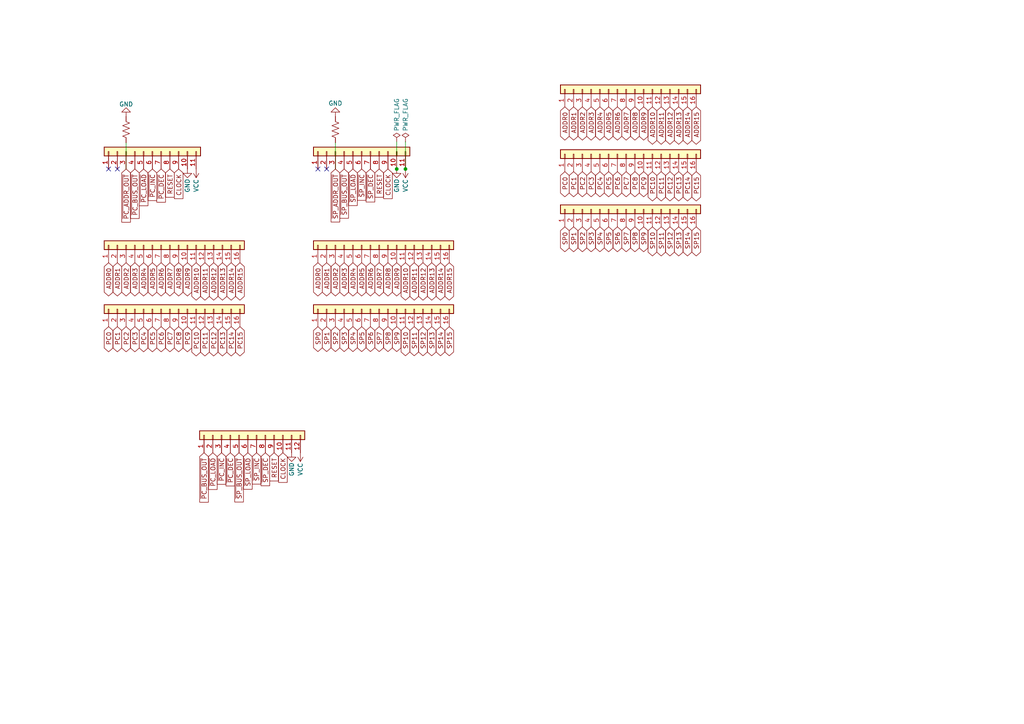
<source format=kicad_sch>
(kicad_sch (version 20211123) (generator eeschema)
  (paper "A4")
  (lib_symbols
    (symbol "Connector_Generic:Conn_01x11" (pin_names (offset 1.016) hide)
      (property "Reference" "J" (at 0 15.24 0))
      (property "Value" "Conn_01x11" (at 0 -15.24 0))
      (symbol "Conn_01x11_1_1"
        (rectangle (start -1.27 -12.573) (end 0 -12.827) (stroke (width 0.1524)))
        (rectangle (start -1.27 -10.033) (end 0 -10.287) (stroke (width 0.1524)))
        (rectangle (start -1.27 -7.493) (end 0 -7.747) (stroke (width 0.1524)))
        (rectangle (start -1.27 -4.953) (end 0 -5.207) (stroke (width 0.1524)))
        (rectangle (start -1.27 -2.413) (end 0 -2.667) (stroke (width 0.1524)))
        (rectangle (start -1.27 0.127) (end 0 -0.127) (stroke (width 0.1524)))
        (rectangle (start -1.27 2.667) (end 0 2.413) (stroke (width 0.1524)))
        (rectangle (start -1.27 5.207) (end 0 4.953) (stroke (width 0.1524)))
        (rectangle (start -1.27 7.747) (end 0 7.493) (stroke (width 0.1524)))
        (rectangle (start -1.27 10.287) (end 0 10.033) (stroke (width 0.1524)))
        (rectangle (start -1.27 12.827) (end 0 12.573) (stroke (width 0.1524)))
        (rectangle (start -1.27 13.97) (end 1.27 -13.97) (stroke (width 0.254)) (fill (type background)))
        (pin passive line (at -5.08 12.7 0) (length 3.81) (name "Pin_1") (number "1"))
        (pin passive line (at -5.08 -10.16 0) (length 3.81) (name "Pin_10") (number "10"))
        (pin passive line (at -5.08 -12.7 0) (length 3.81) (name "Pin_11") (number "11"))
        (pin passive line (at -5.08 10.16 0) (length 3.81) (name "Pin_2") (number "2"))
        (pin passive line (at -5.08 7.62 0) (length 3.81) (name "Pin_3") (number "3"))
        (pin passive line (at -5.08 5.08 0) (length 3.81) (name "Pin_4") (number "4"))
        (pin passive line (at -5.08 2.54 0) (length 3.81) (name "Pin_5") (number "5"))
        (pin passive line (at -5.08 0 0) (length 3.81) (name "Pin_6") (number "6"))
        (pin passive line (at -5.08 -2.54 0) (length 3.81) (name "Pin_7") (number "7"))
        (pin passive line (at -5.08 -5.08 0) (length 3.81) (name "Pin_8") (number "8"))
        (pin passive line (at -5.08 -7.62 0) (length 3.81) (name "Pin_9") (number "9"))
      )
    )
    (symbol "Connector_Generic:Conn_01x12" (pin_names (offset 1.016) hide)
      (property "Reference" "J" (at 0 15.24 0))
      (property "Value" "Conn_01x12" (at 0 -17.78 0))
      (symbol "Conn_01x12_1_1"
        (rectangle (start -1.27 -15.113) (end 0 -15.367) (stroke (width 0.1524)))
        (rectangle (start -1.27 -12.573) (end 0 -12.827) (stroke (width 0.1524)))
        (rectangle (start -1.27 -10.033) (end 0 -10.287) (stroke (width 0.1524)))
        (rectangle (start -1.27 -7.493) (end 0 -7.747) (stroke (width 0.1524)))
        (rectangle (start -1.27 -4.953) (end 0 -5.207) (stroke (width 0.1524)))
        (rectangle (start -1.27 -2.413) (end 0 -2.667) (stroke (width 0.1524)))
        (rectangle (start -1.27 0.127) (end 0 -0.127) (stroke (width 0.1524)))
        (rectangle (start -1.27 2.667) (end 0 2.413) (stroke (width 0.1524)))
        (rectangle (start -1.27 5.207) (end 0 4.953) (stroke (width 0.1524)))
        (rectangle (start -1.27 7.747) (end 0 7.493) (stroke (width 0.1524)))
        (rectangle (start -1.27 10.287) (end 0 10.033) (stroke (width 0.1524)))
        (rectangle (start -1.27 12.827) (end 0 12.573) (stroke (width 0.1524)))
        (rectangle (start -1.27 13.97) (end 1.27 -16.51) (stroke (width 0.254)) (fill (type background)))
        (pin passive line (at -5.08 12.7 0) (length 3.81) (name "Pin_1") (number "1"))
        (pin passive line (at -5.08 -10.16 0) (length 3.81) (name "Pin_10") (number "10"))
        (pin passive line (at -5.08 -12.7 0) (length 3.81) (name "Pin_11") (number "11"))
        (pin passive line (at -5.08 -15.24 0) (length 3.81) (name "Pin_12") (number "12"))
        (pin passive line (at -5.08 10.16 0) (length 3.81) (name "Pin_2") (number "2"))
        (pin passive line (at -5.08 7.62 0) (length 3.81) (name "Pin_3") (number "3"))
        (pin passive line (at -5.08 5.08 0) (length 3.81) (name "Pin_4") (number "4"))
        (pin passive line (at -5.08 2.54 0) (length 3.81) (name "Pin_5") (number "5"))
        (pin passive line (at -5.08 0 0) (length 3.81) (name "Pin_6") (number "6"))
        (pin passive line (at -5.08 -2.54 0) (length 3.81) (name "Pin_7") (number "7"))
        (pin passive line (at -5.08 -5.08 0) (length 3.81) (name "Pin_8") (number "8"))
        (pin passive line (at -5.08 -7.62 0) (length 3.81) (name "Pin_9") (number "9"))
      )
    )
    (symbol "Connector_Generic:Conn_01x16" (pin_names (offset 1.016) hide)
      (property "Reference" "J" (at 0 20.32 0))
      (property "Value" "Conn_01x16" (at 0 -22.86 0))
      (symbol "Conn_01x16_1_1"
        (rectangle (start -1.27 -20.193) (end 0 -20.447) (stroke (width 0.1524)))
        (rectangle (start -1.27 -17.653) (end 0 -17.907) (stroke (width 0.1524)))
        (rectangle (start -1.27 -15.113) (end 0 -15.367) (stroke (width 0.1524)))
        (rectangle (start -1.27 -12.573) (end 0 -12.827) (stroke (width 0.1524)))
        (rectangle (start -1.27 -10.033) (end 0 -10.287) (stroke (width 0.1524)))
        (rectangle (start -1.27 -7.493) (end 0 -7.747) (stroke (width 0.1524)))
        (rectangle (start -1.27 -4.953) (end 0 -5.207) (stroke (width 0.1524)))
        (rectangle (start -1.27 -2.413) (end 0 -2.667) (stroke (width 0.1524)))
        (rectangle (start -1.27 0.127) (end 0 -0.127) (stroke (width 0.1524)))
        (rectangle (start -1.27 2.667) (end 0 2.413) (stroke (width 0.1524)))
        (rectangle (start -1.27 5.207) (end 0 4.953) (stroke (width 0.1524)))
        (rectangle (start -1.27 7.747) (end 0 7.493) (stroke (width 0.1524)))
        (rectangle (start -1.27 10.287) (end 0 10.033) (stroke (width 0.1524)))
        (rectangle (start -1.27 12.827) (end 0 12.573) (stroke (width 0.1524)))
        (rectangle (start -1.27 15.367) (end 0 15.113) (stroke (width 0.1524)))
        (rectangle (start -1.27 17.907) (end 0 17.653) (stroke (width 0.1524)))
        (rectangle (start -1.27 19.05) (end 1.27 -21.59) (stroke (width 0.254)) (fill (type background)))
        (pin passive line (at -5.08 17.78 0) (length 3.81) (name "Pin_1") (number "1"))
        (pin passive line (at -5.08 -5.08 0) (length 3.81) (name "Pin_10") (number "10"))
        (pin passive line (at -5.08 -7.62 0) (length 3.81) (name "Pin_11") (number "11"))
        (pin passive line (at -5.08 -10.16 0) (length 3.81) (name "Pin_12") (number "12"))
        (pin passive line (at -5.08 -12.7 0) (length 3.81) (name "Pin_13") (number "13"))
        (pin passive line (at -5.08 -15.24 0) (length 3.81) (name "Pin_14") (number "14"))
        (pin passive line (at -5.08 -17.78 0) (length 3.81) (name "Pin_15") (number "15"))
        (pin passive line (at -5.08 -20.32 0) (length 3.81) (name "Pin_16") (number "16"))
        (pin passive line (at -5.08 15.24 0) (length 3.81) (name "Pin_2") (number "2"))
        (pin passive line (at -5.08 12.7 0) (length 3.81) (name "Pin_3") (number "3"))
        (pin passive line (at -5.08 10.16 0) (length 3.81) (name "Pin_4") (number "4"))
        (pin passive line (at -5.08 7.62 0) (length 3.81) (name "Pin_5") (number "5"))
        (pin passive line (at -5.08 5.08 0) (length 3.81) (name "Pin_6") (number "6"))
        (pin passive line (at -5.08 2.54 0) (length 3.81) (name "Pin_7") (number "7"))
        (pin passive line (at -5.08 0 0) (length 3.81) (name "Pin_8") (number "8"))
        (pin passive line (at -5.08 -2.54 0) (length 3.81) (name "Pin_9") (number "9"))
      )
    )
    (symbol "Device:R_US" (pin_numbers hide) (pin_names (offset 0))
      (property "Reference" "R" (at 2.54 0 90))
      (property "Value" "R_US" (at -2.54 0 90))
      (symbol "R_US_0_1"
        (polyline (pts (xy 0 -2.286) (xy 0 -2.54)))
        (polyline (pts (xy 0 2.286) (xy 0 2.54)))
        (polyline (pts (xy 0 -0.762) (xy 1.016 -1.143) (xy 0 -1.524) (xy -1.016 -1.905) (xy 0 -2.286)))
        (polyline (pts (xy 0 0.762) (xy 1.016 0.381) (xy 0 0) (xy -1.016 -0.381) (xy 0 -0.762)))
        (polyline (pts (xy 0 2.286) (xy 1.016 1.905) (xy 0 1.524) (xy -1.016 1.143) (xy 0 0.762)))
      )
      (symbol "R_US_1_1"
        (pin passive line (at 0 3.81 270) (length 1.27) (name "~") (number "1"))
        (pin passive line (at 0 -3.81 90) (length 1.27) (name "~") (number "2"))
      )
    )
    (symbol "power:GND" (power) (pin_names (offset 0))
      (property "Value" "GND" (at 0 -3.81 0))
      (symbol "GND_0_1"
        (polyline (pts (xy 0 0) (xy 0 -1.27) (xy 1.27 -1.27) (xy 0 -2.54) (xy -1.27 -1.27) (xy 0 -1.27)))
      )
      (symbol "GND_1_1"
        (pin power_in line (at 0 0 270) (length 0) hide (name "GND") (number "1"))
      )
    )
    (symbol "power:PWR_FLAG" (power) (pin_numbers hide) (pin_names (offset 0) hide)
      (property "Value" "PWR_FLAG" (at 0 3.81 0))
      (symbol "PWR_FLAG_0_0"
        (pin power_out line (at 0 0 90) (length 0) (name "pwr") (number "1"))
      )
      (symbol "PWR_FLAG_0_1"
        (polyline (pts (xy 0 0) (xy 0 1.27) (xy -1.016 1.905) (xy 0 2.54) (xy 1.016 1.905) (xy 0 1.27)))
      )
    )
    (symbol "power:VCC" (power) (pin_names (offset 0))
      (property "Value" "VCC" (at 0 3.81 0))
      (symbol "VCC_0_1"
        (polyline (pts (xy -0.762 1.27) (xy 0 2.54)))
        (polyline (pts (xy 0 0) (xy 0 2.54)))
        (polyline (pts (xy 0 2.54) (xy 0.762 1.27)))
      )
      (symbol "VCC_1_1"
        (pin power_in line (at 0 0 90) (length 0) hide (name "VCC") (number "1"))
      )
    )
  )
  (junction (at 117.602 49.022))
  (junction (at 115.062 49.022))
  (no_connect (at 94.742 49.022))
  (no_connect (at 92.202 49.022))
  (no_connect (at 34.036 49.022))
  (no_connect (at 31.496 49.022))
  (wire (pts (xy 36.576 41.402) (xy 36.576 49.022)))
  (wire (pts (xy 115.062 41.148) (xy 115.062 49.022)))
  (wire (pts (xy 97.282 41.402) (xy 97.282 49.022)))
  (wire (pts (xy 117.602 41.148) (xy 117.602 49.022)))
  (global_label "ADDR15" (shape tri_state) (at 130.302 76.2 270) (property "Intersheet References" "${INTERSHEET_REFS}" (effects hide)))
  (global_label "PC5" (shape tri_state) (at 44.196 94.742 270) (property "Intersheet References" "${INTERSHEET_REFS}" (effects hide)))
  (global_label "PC4" (shape tri_state) (at 41.656 94.742 270) (property "Intersheet References" "${INTERSHEET_REFS}" (effects hide)))
  (global_label "ADDR6" (shape tri_state) (at 46.736 76.2 270) (property "Intersheet References" "${INTERSHEET_REFS}" (effects hide)))
  (global_label "PC7" (shape tri_state) (at 181.61 49.784 270) (property "Intersheet References" "${INTERSHEET_REFS}" (effects hide)))
  (global_label "PC6" (shape tri_state) (at 46.736 94.742 270) (property "Intersheet References" "${INTERSHEET_REFS}" (effects hide)))
  (global_label "PC7" (shape tri_state) (at 49.276 94.742 270) (property "Intersheet References" "${INTERSHEET_REFS}" (effects hide)))
  (global_label "SP6" (shape tri_state) (at 179.07 65.786 270) (property "Intersheet References" "${INTERSHEET_REFS}" (effects hide)))
  (global_label "ADDR5" (shape tri_state) (at 104.902 76.2 270) (property "Intersheet References" "${INTERSHEET_REFS}" (effects hide)))
  (global_label "SP11" (shape tri_state) (at 191.77 65.786 270) (property "Intersheet References" "${INTERSHEET_REFS}" (effects hide)))
  (global_label "~{PC_DEC}" (shape input) (at 66.802 131.318 270) (property "Intersheet References" "${INTERSHEET_REFS}" (effects hide)))
  (global_label "SP0" (shape tri_state) (at 92.202 94.742 270) (property "Intersheet References" "${INTERSHEET_REFS}" (effects hide)))
  (global_label "SP4" (shape tri_state) (at 173.99 65.786 270) (property "Intersheet References" "${INTERSHEET_REFS}" (effects hide)))
  (global_label "ADDR13" (shape tri_state) (at 64.516 76.2 270) (property "Intersheet References" "${INTERSHEET_REFS}" (effects hide)))
  (global_label "ADDR5" (shape tri_state) (at 176.53 30.988 270) (property "Intersheet References" "${INTERSHEET_REFS}" (effects hide)))
  (global_label "ADDR4" (shape tri_state) (at 173.99 30.988 270) (property "Intersheet References" "${INTERSHEET_REFS}" (effects hide)))
  (global_label "ADDR12" (shape tri_state) (at 122.682 76.2 270) (property "Intersheet References" "${INTERSHEET_REFS}" (effects hide)))
  (global_label "ADDR0" (shape tri_state) (at 31.496 76.2 270) (property "Intersheet References" "${INTERSHEET_REFS}" (effects hide)))
  (global_label "PC9" (shape tri_state) (at 54.356 94.742 270) (property "Intersheet References" "${INTERSHEET_REFS}" (effects hide)))
  (global_label "PC8" (shape tri_state) (at 184.15 49.784 270) (property "Intersheet References" "${INTERSHEET_REFS}" (effects hide)))
  (global_label "SP15" (shape tri_state) (at 201.93 65.786 270) (property "Intersheet References" "${INTERSHEET_REFS}" (effects hide)))
  (global_label "SP1" (shape tri_state) (at 94.742 94.742 270) (property "Intersheet References" "${INTERSHEET_REFS}" (effects hide)))
  (global_label "ADDR8" (shape tri_state) (at 112.522 76.2 270) (property "Intersheet References" "${INTERSHEET_REFS}" (effects hide)))
  (global_label "~{SP_LOAD}" (shape input) (at 102.362 49.022 270) (property "Intersheet References" "${INTERSHEET_REFS}" (effects hide)))
  (global_label "ADDR0" (shape tri_state) (at 163.83 30.988 270) (property "Intersheet References" "${INTERSHEET_REFS}" (effects hide)))
  (global_label "~{PC_BUS_OUT}" (shape input) (at 59.182 131.318 270) (property "Intersheet References" "${INTERSHEET_REFS}" (effects hide)))
  (global_label "CLOCK" (shape input) (at 82.042 131.318 270) (property "Intersheet References" "${INTERSHEET_REFS}" (effects hide)))
  (global_label "~{SP_DEC}" (shape input) (at 107.442 49.022 270) (property "Intersheet References" "${INTERSHEET_REFS}" (effects hide)))
  (global_label "SP13" (shape tri_state) (at 196.85 65.786 270) (property "Intersheet References" "${INTERSHEET_REFS}" (effects hide)))
  (global_label "PC15" (shape tri_state) (at 69.596 94.742 270) (property "Intersheet References" "${INTERSHEET_REFS}" (effects hide)))
  (global_label "SP12" (shape tri_state) (at 122.682 94.742 270) (property "Intersheet References" "${INTERSHEET_REFS}" (effects hide)))
  (global_label "PC3" (shape tri_state) (at 171.45 49.784 270) (property "Intersheet References" "${INTERSHEET_REFS}" (effects hide)))
  (global_label "PC3" (shape tri_state) (at 39.116 94.742 270) (property "Intersheet References" "${INTERSHEET_REFS}" (effects hide)))
  (global_label "ADDR14" (shape tri_state) (at 199.39 30.988 270) (property "Intersheet References" "${INTERSHEET_REFS}" (effects hide)))
  (global_label "ADDR8" (shape tri_state) (at 184.15 30.988 270) (property "Intersheet References" "${INTERSHEET_REFS}" (effects hide)))
  (global_label "ADDR6" (shape tri_state) (at 179.07 30.988 270) (property "Intersheet References" "${INTERSHEET_REFS}" (effects hide)))
  (global_label "ADDR10" (shape tri_state) (at 189.23 30.988 270) (property "Intersheet References" "${INTERSHEET_REFS}" (effects hide)))
  (global_label "ADDR15" (shape tri_state) (at 201.93 30.988 270) (property "Intersheet References" "${INTERSHEET_REFS}" (effects hide)))
  (global_label "RESET" (shape input) (at 49.276 49.022 270) (property "Intersheet References" "${INTERSHEET_REFS}" (effects hide)))
  (global_label "PC13" (shape tri_state) (at 196.85 49.784 270) (property "Intersheet References" "${INTERSHEET_REFS}" (effects hide)))
  (global_label "~{PC_BUS_OUT}" (shape input) (at 39.116 49.022 270) (property "Intersheet References" "${INTERSHEET_REFS}" (effects hide)))
  (global_label "~{SP_DEC}" (shape input) (at 76.962 131.318 270) (property "Intersheet References" "${INTERSHEET_REFS}" (effects hide)))
  (global_label "PC2" (shape tri_state) (at 168.91 49.784 270) (property "Intersheet References" "${INTERSHEET_REFS}" (effects hide)))
  (global_label "SP10" (shape tri_state) (at 189.23 65.786 270) (property "Intersheet References" "${INTERSHEET_REFS}" (effects hide)))
  (global_label "SP11" (shape tri_state) (at 120.142 94.742 270) (property "Intersheet References" "${INTERSHEET_REFS}" (effects hide)))
  (global_label "SP0" (shape tri_state) (at 163.83 65.786 270) (property "Intersheet References" "${INTERSHEET_REFS}" (effects hide)))
  (global_label "PC12" (shape tri_state) (at 61.976 94.742 270) (property "Intersheet References" "${INTERSHEET_REFS}" (effects hide)))
  (global_label "ADDR7" (shape tri_state) (at 49.276 76.2 270) (property "Intersheet References" "${INTERSHEET_REFS}" (effects hide)))
  (global_label "SP2" (shape tri_state) (at 97.282 94.742 270) (property "Intersheet References" "${INTERSHEET_REFS}" (effects hide)))
  (global_label "CLOCK" (shape input) (at 51.816 49.022 270) (property "Intersheet References" "${INTERSHEET_REFS}" (effects hide)))
  (global_label "ADDR14" (shape tri_state) (at 67.056 76.2 270) (property "Intersheet References" "${INTERSHEET_REFS}" (effects hide)))
  (global_label "PC10" (shape tri_state) (at 56.896 94.742 270) (property "Intersheet References" "${INTERSHEET_REFS}" (effects hide)))
  (global_label "ADDR5" (shape tri_state) (at 44.196 76.2 270) (property "Intersheet References" "${INTERSHEET_REFS}" (effects hide)))
  (global_label "ADDR13" (shape tri_state) (at 196.85 30.988 270) (property "Intersheet References" "${INTERSHEET_REFS}" (effects hide)))
  (global_label "~{PC_INC}" (shape input) (at 44.196 49.022 270) (property "Intersheet References" "${INTERSHEET_REFS}" (effects hide)))
  (global_label "ADDR10" (shape tri_state) (at 117.602 76.2 270) (property "Intersheet References" "${INTERSHEET_REFS}" (effects hide)))
  (global_label "~{SP_LOAD}" (shape input) (at 71.882 131.318 270) (property "Intersheet References" "${INTERSHEET_REFS}" (effects hide)))
  (global_label "ADDR1" (shape tri_state) (at 94.742 76.2 270) (property "Intersheet References" "${INTERSHEET_REFS}" (effects hide)))
  (global_label "SP15" (shape tri_state) (at 130.302 94.742 270) (property "Intersheet References" "${INTERSHEET_REFS}" (effects hide)))
  (global_label "ADDR9" (shape tri_state) (at 186.69 30.988 270) (property "Intersheet References" "${INTERSHEET_REFS}" (effects hide)))
  (global_label "~{SP_INC}" (shape input) (at 74.422 131.318 270) (property "Intersheet References" "${INTERSHEET_REFS}" (effects hide)))
  (global_label "CLOCK" (shape input) (at 112.522 49.022 270) (property "Intersheet References" "${INTERSHEET_REFS}" (effects hide)))
  (global_label "ADDR7" (shape tri_state) (at 181.61 30.988 270) (property "Intersheet References" "${INTERSHEET_REFS}" (effects hide)))
  (global_label "SP12" (shape tri_state) (at 194.31 65.786 270) (property "Intersheet References" "${INTERSHEET_REFS}" (effects hide)))
  (global_label "ADDR14" (shape tri_state) (at 127.762 76.2 270) (property "Intersheet References" "${INTERSHEET_REFS}" (effects hide)))
  (global_label "ADDR2" (shape tri_state) (at 36.576 76.2 270) (property "Intersheet References" "${INTERSHEET_REFS}" (effects hide)))
  (global_label "ADDR2" (shape tri_state) (at 168.91 30.988 270) (property "Intersheet References" "${INTERSHEET_REFS}" (effects hide)))
  (global_label "PC12" (shape tri_state) (at 194.31 49.784 270) (property "Intersheet References" "${INTERSHEET_REFS}" (effects hide)))
  (global_label "PC11" (shape tri_state) (at 191.77 49.784 270) (property "Intersheet References" "${INTERSHEET_REFS}" (effects hide)))
  (global_label "ADDR8" (shape tri_state) (at 51.816 76.2 270) (property "Intersheet References" "${INTERSHEET_REFS}" (effects hide)))
  (global_label "ADDR0" (shape tri_state) (at 92.202 76.2 270) (property "Intersheet References" "${INTERSHEET_REFS}" (effects hide)))
  (global_label "~{SP_BUS_OUT}" (shape input) (at 99.822 49.022 270) (property "Intersheet References" "${INTERSHEET_REFS}" (effects hide)))
  (global_label "ADDR3" (shape tri_state) (at 99.822 76.2 270) (property "Intersheet References" "${INTERSHEET_REFS}" (effects hide)))
  (global_label "SP8" (shape tri_state) (at 112.522 94.742 270) (property "Intersheet References" "${INTERSHEET_REFS}" (effects hide)))
  (global_label "ADDR15" (shape tri_state) (at 69.596 76.2 270) (property "Intersheet References" "${INTERSHEET_REFS}" (effects hide)))
  (global_label "PC0" (shape tri_state) (at 31.496 94.742 270) (property "Intersheet References" "${INTERSHEET_REFS}" (effects hide)))
  (global_label "SP3" (shape tri_state) (at 171.45 65.786 270) (property "Intersheet References" "${INTERSHEET_REFS}" (effects hide)))
  (global_label "SP7" (shape tri_state) (at 109.982 94.742 270) (property "Intersheet References" "${INTERSHEET_REFS}" (effects hide)))
  (global_label "ADDR13" (shape tri_state) (at 125.222 76.2 270) (property "Intersheet References" "${INTERSHEET_REFS}" (effects hide)))
  (global_label "SP1" (shape tri_state) (at 166.37 65.786 270) (property "Intersheet References" "${INTERSHEET_REFS}" (effects hide)))
  (global_label "ADDR9" (shape tri_state) (at 54.356 76.2 270) (property "Intersheet References" "${INTERSHEET_REFS}" (effects hide)))
  (global_label "ADDR11" (shape tri_state) (at 59.436 76.2 270) (property "Intersheet References" "${INTERSHEET_REFS}" (effects hide)))
  (global_label "~{PC_LOAD}" (shape input) (at 61.722 131.318 270) (property "Intersheet References" "${INTERSHEET_REFS}" (effects hide)))
  (global_label "SP9" (shape tri_state) (at 115.062 94.742 270) (property "Intersheet References" "${INTERSHEET_REFS}" (effects hide)))
  (global_label "SP2" (shape tri_state) (at 168.91 65.786 270) (property "Intersheet References" "${INTERSHEET_REFS}" (effects hide)))
  (global_label "SP7" (shape tri_state) (at 181.61 65.786 270) (property "Intersheet References" "${INTERSHEET_REFS}" (effects hide)))
  (global_label "SP8" (shape tri_state) (at 184.15 65.786 270) (property "Intersheet References" "${INTERSHEET_REFS}" (effects hide)))
  (global_label "ADDR12" (shape tri_state) (at 194.31 30.988 270) (property "Intersheet References" "${INTERSHEET_REFS}" (effects hide)))
  (global_label "SP4" (shape tri_state) (at 102.362 94.742 270) (property "Intersheet References" "${INTERSHEET_REFS}" (effects hide)))
  (global_label "PC9" (shape tri_state) (at 186.69 49.784 270) (property "Intersheet References" "${INTERSHEET_REFS}" (effects hide)))
  (global_label "ADDR3" (shape tri_state) (at 171.45 30.988 270) (property "Intersheet References" "${INTERSHEET_REFS}" (effects hide)))
  (global_label "ADDR12" (shape tri_state) (at 61.976 76.2 270) (property "Intersheet References" "${INTERSHEET_REFS}" (effects hide)))
  (global_label "ADDR4" (shape tri_state) (at 41.656 76.2 270) (property "Intersheet References" "${INTERSHEET_REFS}" (effects hide)))
  (global_label "PC1" (shape tri_state) (at 166.37 49.784 270) (property "Intersheet References" "${INTERSHEET_REFS}" (effects hide)))
  (global_label "ADDR9" (shape tri_state) (at 115.062 76.2 270) (property "Intersheet References" "${INTERSHEET_REFS}" (effects hide)))
  (global_label "ADDR4" (shape tri_state) (at 102.362 76.2 270) (property "Intersheet References" "${INTERSHEET_REFS}" (effects hide)))
  (global_label "SP14" (shape tri_state) (at 127.762 94.742 270) (property "Intersheet References" "${INTERSHEET_REFS}" (effects hide)))
  (global_label "SP5" (shape tri_state) (at 176.53 65.786 270) (property "Intersheet References" "${INTERSHEET_REFS}" (effects hide)))
  (global_label "~{SP_INC}" (shape input) (at 104.902 49.022 270) (property "Intersheet References" "${INTERSHEET_REFS}" (effects hide)))
  (global_label "PC2" (shape tri_state) (at 36.576 94.742 270) (property "Intersheet References" "${INTERSHEET_REFS}" (effects hide)))
  (global_label "ADDR1" (shape tri_state) (at 34.036 76.2 270) (property "Intersheet References" "${INTERSHEET_REFS}" (effects hide)))
  (global_label "SP5" (shape tri_state) (at 104.902 94.742 270) (property "Intersheet References" "${INTERSHEET_REFS}" (effects hide)))
  (global_label "ADDR10" (shape tri_state) (at 56.896 76.2 270) (property "Intersheet References" "${INTERSHEET_REFS}" (effects hide)))
  (global_label "ADDR11" (shape tri_state) (at 191.77 30.988 270) (property "Intersheet References" "${INTERSHEET_REFS}" (effects hide)))
  (global_label "SP14" (shape tri_state) (at 199.39 65.786 270) (property "Intersheet References" "${INTERSHEET_REFS}" (effects hide)))
  (global_label "PC6" (shape tri_state) (at 179.07 49.784 270) (property "Intersheet References" "${INTERSHEET_REFS}" (effects hide)))
  (global_label "SP9" (shape tri_state) (at 186.69 65.786 270) (property "Intersheet References" "${INTERSHEET_REFS}" (effects hide)))
  (global_label "~{SP_ADDR_OUT}" (shape input) (at 97.282 49.022 270) (property "Intersheet References" "${INTERSHEET_REFS}" (effects hide)))
  (global_label "ADDR2" (shape tri_state) (at 97.282 76.2 270) (property "Intersheet References" "${INTERSHEET_REFS}" (effects hide)))
  (global_label "PC14" (shape tri_state) (at 67.056 94.742 270) (property "Intersheet References" "${INTERSHEET_REFS}" (effects hide)))
  (global_label "~{PC_ADDR_OUT}" (shape input) (at 36.576 49.022 270) (property "Intersheet References" "${INTERSHEET_REFS}" (effects hide)))
  (global_label "PC5" (shape tri_state) (at 176.53 49.784 270) (property "Intersheet References" "${INTERSHEET_REFS}" (effects hide)))
  (global_label "~{PC_INC}" (shape input) (at 64.262 131.318 270) (property "Intersheet References" "${INTERSHEET_REFS}" (effects hide)))
  (global_label "SP3" (shape tri_state) (at 99.822 94.742 270) (property "Intersheet References" "${INTERSHEET_REFS}" (effects hide)))
  (global_label "SP13" (shape tri_state) (at 125.222 94.742 270) (property "Intersheet References" "${INTERSHEET_REFS}" (effects hide)))
  (global_label "PC0" (shape tri_state) (at 163.83 49.784 270) (property "Intersheet References" "${INTERSHEET_REFS}" (effects hide)))
  (global_label "PC10" (shape tri_state) (at 189.23 49.784 270) (property "Intersheet References" "${INTERSHEET_REFS}" (effects hide)))
  (global_label "PC13" (shape tri_state) (at 64.516 94.742 270) (property "Intersheet References" "${INTERSHEET_REFS}" (effects hide)))
  (global_label "PC11" (shape tri_state) (at 59.436 94.742 270) (property "Intersheet References" "${INTERSHEET_REFS}" (effects hide)))
  (global_label "PC8" (shape tri_state) (at 51.816 94.742 270) (property "Intersheet References" "${INTERSHEET_REFS}" (effects hide)))
  (global_label "SP10" (shape tri_state) (at 117.602 94.742 270) (property "Intersheet References" "${INTERSHEET_REFS}" (effects hide)))
  (global_label "ADDR11" (shape tri_state) (at 120.142 76.2 270) (property "Intersheet References" "${INTERSHEET_REFS}" (effects hide)))
  (global_label "PC4" (shape tri_state) (at 173.99 49.784 270) (property "Intersheet References" "${INTERSHEET_REFS}" (effects hide)))
  (global_label "PC15" (shape tri_state) (at 201.93 49.784 270) (property "Intersheet References" "${INTERSHEET_REFS}" (effects hide)))
  (global_label "RESET" (shape input) (at 79.502 131.318 270) (property "Intersheet References" "${INTERSHEET_REFS}" (effects hide)))
  (global_label "ADDR3" (shape tri_state) (at 39.116 76.2 270) (property "Intersheet References" "${INTERSHEET_REFS}" (effects hide)))
  (global_label "~{PC_LOAD}" (shape input) (at 41.656 49.022 270) (property "Intersheet References" "${INTERSHEET_REFS}" (effects hide)))
  (global_label "RESET" (shape input) (at 109.982 49.022 270) (property "Intersheet References" "${INTERSHEET_REFS}" (effects hide)))
  (global_label "PC1" (shape tri_state) (at 34.036 94.742 270) (property "Intersheet References" "${INTERSHEET_REFS}" (effects hide)))
  (global_label "~{PC_DEC}" (shape input) (at 46.736 49.022 270) (property "Intersheet References" "${INTERSHEET_REFS}" (effects hide)))
  (global_label "SP6" (shape tri_state) (at 107.442 94.742 270) (property "Intersheet References" "${INTERSHEET_REFS}" (effects hide)))
  (global_label "ADDR6" (shape tri_state) (at 107.442 76.2 270) (property "Intersheet References" "${INTERSHEET_REFS}" (effects hide)))
  (global_label "ADDR7" (shape tri_state) (at 109.982 76.2 270) (property "Intersheet References" "${INTERSHEET_REFS}" (effects hide)))
  (global_label "PC14" (shape tri_state) (at 199.39 49.784 270) (property "Intersheet References" "${INTERSHEET_REFS}" (effects hide)))
  (global_label "~{SP_BUS_OUT}" (shape input) (at 69.342 131.318 270) (property "Intersheet References" "${INTERSHEET_REFS}" (effects hide)))
  (global_label "ADDR1" (shape tri_state) (at 166.37 30.988 270) (property "Intersheet References" "${INTERSHEET_REFS}" (effects hide)))
  (symbol (lib_id "power:VCC") (at 87.122 131.318 180) (unit 1)
    (property "Reference" "#PWR0106" (effects hide))
    (property "Value" "VCC" (at 87.122 136.144 90))
  )
  (symbol (lib_id "power:PWR_FLAG") (at 115.062 41.148 0) (unit 1)
    (property "Reference" "#FLG?" (effects hide))
    (property "Value" "PWR_FLAG" (at 115.062 33.274 90))
  )
  (symbol (lib_id "Connector_Generic:Conn_01x16") (at 109.982 89.662 90) (unit 1)
    (property "Reference" "J6" (effects hide))
    (property "Value" "Conn_01x16" (effects hide))
    (property "Footprint" "Connector_PinHeader_2.54mm:PinHeader_1x16_P2.54mm_Vertical" (effects hide))
  )
  (symbol (lib_id "power:GND") (at 97.282 33.782 180) (unit 1)
    (property "Reference" "#PWR0107" (effects hide))
    (property "Value" "GND" (at 97.282 29.972 0))
  )
  (symbol (lib_id "Connector_Generic:Conn_01x11") (at 44.196 43.942 90) (unit 1)
    (property "Reference" "J1" (effects hide))
    (property "Value" "Conn_01x11" (effects hide))
    (property "Footprint" "Connector_PinHeader_2.54mm:PinHeader_1x11_P2.54mm_Vertical" (effects hide))
  )
  (symbol (lib_id "Connector_Generic:Conn_01x16") (at 109.982 71.12 90) (unit 1)
    (property "Reference" "J5" (effects hide))
    (property "Value" "Conn_01x16" (effects hide))
    (property "Footprint" "Connector_PinHeader_2.54mm:PinHeader_1x16_P2.54mm_Vertical" (effects hide))
  )
  (symbol (lib_id "power:GND") (at 54.356 49.022 0) (unit 1)
    (property "Reference" "#PWR0104" (effects hide))
    (property "Value" "GND" (at 54.356 53.848 90))
  )
  (symbol (lib_id "Connector_Generic:Conn_01x16") (at 181.61 25.908 90) (unit 1)
    (property "Reference" "J8" (effects hide))
    (property "Value" "Conn_01x16" (effects hide))
    (property "Footprint" "Connector_PinHeader_2.54mm:PinHeader_1x16_P2.54mm_Vertical" (effects hide))
  )
  (symbol (lib_id "power:GND") (at 84.582 131.318 0) (unit 1)
    (property "Reference" "#PWR0105" (effects hide))
    (property "Value" "GND" (at 84.582 136.144 90))
  )
  (symbol (lib_id "Device:R_US") (at 97.282 37.592 0) (unit 1)
    (property "Reference" "R2" (effects hide))
    (property "Value" "R_US" (effects hide))
    (property "Footprint" "Resistor_SMD:R_0805_2012Metric" (effects hide))
  )
  (symbol (lib_id "power:GND") (at 36.576 33.782 180) (unit 1)
    (property "Reference" "#PWR0108" (effects hide))
    (property "Value" "GND" (at 36.576 30.226 0))
  )
  (symbol (lib_id "Connector_Generic:Conn_01x16") (at 181.61 60.706 90) (unit 1)
    (property "Reference" "J10" (effects hide))
    (property "Value" "Conn_01x16" (effects hide))
    (property "Footprint" "Connector_PinHeader_2.54mm:PinHeader_1x16_P2.54mm_Vertical" (effects hide))
  )
  (symbol (lib_id "power:PWR_FLAG") (at 117.602 41.148 0) (unit 1)
    (property "Reference" "#FLG?" (effects hide))
    (property "Value" "PWR_FLAG" (at 117.602 33.274 90))
  )
  (symbol (lib_id "Connector_Generic:Conn_01x12") (at 71.882 126.238 90) (unit 1)
    (property "Reference" "J7" (effects hide))
    (property "Value" "Conn_01x12" (effects hide))
    (property "Footprint" "Connector_PinHeader_2.54mm:PinHeader_1x12_P2.54mm_Vertical" (effects hide))
  )
  (symbol (lib_id "Device:R_US") (at 36.576 37.592 0) (unit 1)
    (property "Reference" "R1" (effects hide))
    (property "Value" "R_US" (effects hide))
    (property "Footprint" "Resistor_SMD:R_0805_2012Metric" (effects hide))
  )
  (symbol (lib_id "power:VCC") (at 56.896 49.022 180) (unit 1)
    (property "Reference" "#PWR0103" (effects hide))
    (property "Value" "VCC" (at 56.896 53.848 90))
  )
  (symbol (lib_id "Connector_Generic:Conn_01x11") (at 104.902 43.942 90) (unit 1)
    (property "Reference" "J4" (effects hide))
    (property "Value" "Conn_01x11" (effects hide))
    (property "Footprint" "Connector_PinHeader_2.54mm:PinHeader_1x11_P2.54mm_Vertical" (effects hide))
  )
  (symbol (lib_id "Connector_Generic:Conn_01x16") (at 181.61 44.704 90) (unit 1)
    (property "Reference" "J9" (effects hide))
    (property "Value" "Conn_01x16" (effects hide))
    (property "Footprint" "Connector_PinHeader_2.54mm:PinHeader_1x16_P2.54mm_Vertical" (effects hide))
  )
  (symbol (lib_id "power:GND") (at 115.062 49.022 0) (unit 1)
    (property "Reference" "#PWR0102" (effects hide))
    (property "Value" "GND" (at 115.062 53.848 90))
  )
  (symbol (lib_id "Connector_Generic:Conn_01x16") (at 49.276 71.12 90) (unit 1)
    (property "Reference" "J2" (effects hide))
    (property "Value" "Conn_01x16" (effects hide))
    (property "Footprint" "Connector_PinHeader_2.54mm:PinHeader_1x16_P2.54mm_Vertical" (effects hide))
  )
  (symbol (lib_id "power:VCC") (at 117.602 49.022 180) (unit 1)
    (property "Reference" "#PWR0101" (effects hide))
    (property "Value" "VCC" (at 117.602 53.848 90))
  )
  (symbol (lib_id "Connector_Generic:Conn_01x16") (at 49.276 89.662 90) (unit 1)
    (property "Reference" "J3" (effects hide))
    (property "Value" "Conn_01x16" (effects hide))
    (property "Footprint" "Connector_PinHeader_2.54mm:PinHeader_1x16_P2.54mm_Vertical" (effects hide))
  )
)
</source>
